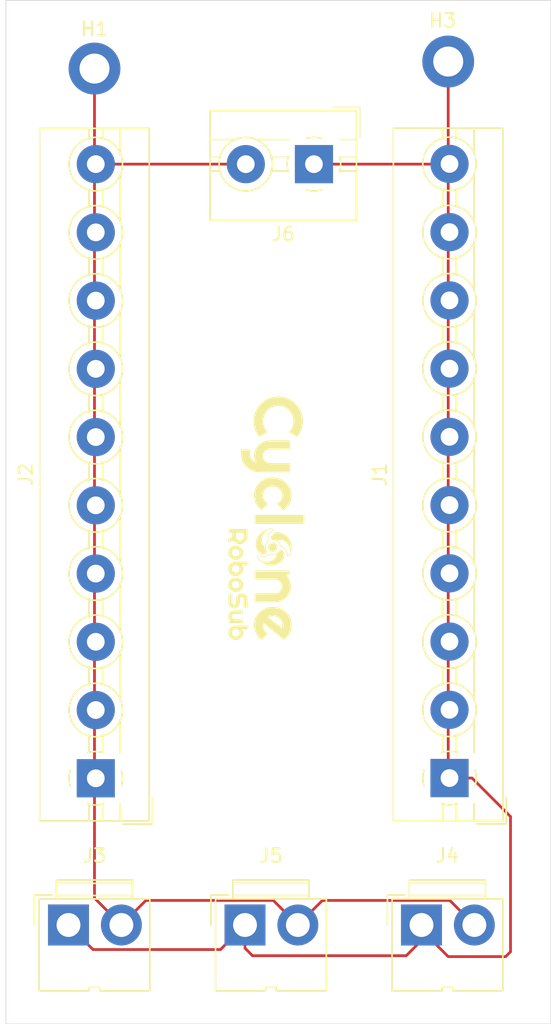
<source format=kicad_pcb>
(kicad_pcb (version 20240108) (generator "pcbnew") (generator_version "8.0")
  (layers (0 "F.Cu" signal) (31 "B.Cu" signal) (34 "B.Paste" user) (35 "F.Paste" user) (36 "B.SilkS" user "B.Silkscreen") (37 "F.SilkS" user "F.Silkscreen") (38 "B.Mask" user) (39 "F.Mask" user) (44 "Edge.Cuts" user))
  (net 0 "")
  (net 1 "Net-(J1-Pin_1)")
  (net 2 "Net-(J2-Pin_1)")
  (footprint "Connector:JWT_A3963_1x02_P3.96mm_Vertical" (layer "F.Cu") (at 179.0925 125.75)
    (property "Reference" "J3" (at 1.91 -5.08 0) (layer "F.SilkS"))
    (property "Value" "Conn_01x02_Pin")
    (pad "1" thru_hole rect (at 0 0) (size 3 3) (drill 1.75) (layers "*.Cu" "*.Mask") (net 1 "Net-(J1-Pin_1)"))
    (pad "2" thru_hole circle (at 3.88 0) (size 3 3) (drill 1.75) (layers "*.Cu" "*.Mask") (net 2 "Net-(J2-Pin_1)"))
  )
  (footprint "MountingHole:MountingHole_2.2mm_M2_DIN965_Pad" (layer "F.Cu") (at 206.9592 62.484)
    (property "Reference" "H3" (at -0.405 -3 0) (layer "F.SilkS"))
    (property "Value" "MountingHole_Pad")
    (pad "1" thru_hole circle (at 0 0) (size 3.8 3.8) (drill 2.2) (layers "*.Cu" "*.Mask") (net 1 "Net-(J1-Pin_1)"))
  )
  (footprint "TerminalBlock:TerminalBlock_MaiXu_MX126-5.0-10P_1x10_P5.00mm" (layer "F.Cu") (at 207.0542 114.984 90)
    (property "Reference" "J1" (at 22.25 -5.12 90) (layer "F.SilkS"))
    (property "Value" "Screw_Terminal_01x10")
    (pad "1" thru_hole rect (at 0 0 90) (size 2.8 2.8) (drill 1.3) (layers "*.Cu" "*.Mask") (net 1 "Net-(J1-Pin_1)"))
    (pad "2" thru_hole circle (at 5 0 90) (size 2.8 2.8) (drill 1.3) (layers "*.Cu" "*.Mask") (net 1 "Net-(J1-Pin_1)"))
    (pad "3" thru_hole circle (at 10 0 90) (size 2.8 2.8) (drill 1.3) (layers "*.Cu" "*.Mask") (net 1 "Net-(J1-Pin_1)"))
    (pad "4" thru_hole circle (at 15 0 90) (size 2.8 2.8) (drill 1.3) (layers "*.Cu" "*.Mask") (net 1 "Net-(J1-Pin_1)"))
    (pad "5" thru_hole circle (at 20 0 90) (size 2.8 2.8) (drill 1.3) (layers "*.Cu" "*.Mask") (net 1 "Net-(J1-Pin_1)"))
    (pad "6" thru_hole circle (at 25 0 90) (size 2.8 2.8) (drill 1.3) (layers "*.Cu" "*.Mask") (net 1 "Net-(J1-Pin_1)"))
    (pad "7" thru_hole circle (at 30 0 90) (size 2.8 2.8) (drill 1.3) (layers "*.Cu" "*.Mask") (net 1 "Net-(J1-Pin_1)"))
    (pad "8" thru_hole circle (at 35 0 90) (size 2.8 2.8) (drill 1.3) (layers "*.Cu" "*.Mask") (net 1 "Net-(J1-Pin_1)"))
    (pad "9" thru_hole circle (at 40 0 90) (size 2.8 2.8) (drill 1.3) (layers "*.Cu" "*.Mask") (net 1 "Net-(J1-Pin_1)"))
    (pad "10" thru_hole circle (at 45 0 90) (size 2.8 2.8) (drill 1.3) (layers "*.Cu" "*.Mask") (net 1 "Net-(J1-Pin_1)"))
  )
  (footprint "TerminalBlock:TerminalBlock_MaiXu_MX126-5.0-02P_1x02_P5.00mm" (layer "F.Cu") (at 197.104 70.0024 180)
    (property "Reference" "J6" (at 2.25 -5.12 0) (layer "F.SilkS"))
    (property "Value" "Screw_Terminal_01x02")
    (pad "1" thru_hole rect (at 0 0 180) (size 2.8 2.8) (drill 1.3) (layers "*.Cu" "*.Mask") (net 1 "Net-(J1-Pin_1)"))
    (pad "2" thru_hole circle (at 5 0 180) (size 2.8 2.8) (drill 1.3) (layers "*.Cu" "*.Mask") (net 2 "Net-(J2-Pin_1)"))
  )
  (footprint "Graphics:Cyclone_footprint" (layer "F.Cu") (at 193.5 96 -90)
    (property "Reference" "G***" (hide yes))
    (property "Value" "LOGO" (hide yes))
  )
  (footprint "MountingHole:MountingHole_2.2mm_M2_DIN965_Pad" (layer "F.Cu") (at 181 63)
    (property "Reference" "H1" (at 0 -2.9 0) (layer "F.SilkS"))
    (property "Value" "MountingHole_Pad")
    (pad "1" thru_hole circle (at 0 0) (size 3.8 3.8) (drill 2.2) (layers "*.Cu" "*.Mask") (net 2 "Net-(J2-Pin_1)"))
  )
  (footprint "Connector:JWT_A3963_1x02_P3.96mm_Vertical" (layer "F.Cu") (at 192.045 125.75)
    (property "Reference" "J5" (at 1.91 -5.08 0) (layer "F.SilkS"))
    (property "Value" "Conn_01x02_Pin" (hide yes))
    (pad "1" thru_hole rect (at 0 0) (size 3 3) (drill 1.75) (layers "*.Cu" "*.Mask") (net 1 "Net-(J1-Pin_1)"))
    (pad "2" thru_hole circle (at 3.88 0) (size 3 3) (drill 1.75) (layers "*.Cu" "*.Mask") (net 2 "Net-(J2-Pin_1)"))
  )
  (footprint "Connector:JWT_A3963_1x02_P3.96mm_Vertical" (layer "F.Cu") (at 204.9975 125.75)
    (property "Reference" "J4" (at 1.91 -5.08 0) (layer "F.SilkS"))
    (property "Value" "Conn_01x02_Pin")
    (pad "1" thru_hole rect (at 0 0) (size 3 3) (drill 1.75) (layers "*.Cu" "*.Mask") (net 1 "Net-(J1-Pin_1)"))
    (pad "2" thru_hole circle (at 3.88 0) (size 3 3) (drill 1.75) (layers "*.Cu" "*.Mask") (net 2 "Net-(J2-Pin_1)"))
  )
  (footprint "TerminalBlock:TerminalBlock_MaiXu_MX126-5.0-10P_1x10_P5.00mm" (layer "F.Cu") (at 181.095 115 90)
    (property "Reference" "J2" (at 22.25 -5.12 90) (layer "F.SilkS"))
    (property "Value" "Screw_Terminal_01x10")
    (pad "1" thru_hole rect (at 0 0 90) (size 2.8 2.8) (drill 1.3) (layers "*.Cu" "*.Mask") (net 2 "Net-(J2-Pin_1)"))
    (pad "2" thru_hole circle (at 5 0 90) (size 2.8 2.8) (drill 1.3) (layers "*.Cu" "*.Mask") (net 2 "Net-(J2-Pin_1)"))
    (pad "3" thru_hole circle (at 10 0 90) (size 2.8 2.8) (drill 1.3) (layers "*.Cu" "*.Mask") (net 2 "Net-(J2-Pin_1)"))
    (pad "4" thru_hole circle (at 15 0 90) (size 2.8 2.8) (drill 1.3) (layers "*.Cu" "*.Mask") (net 2 "Net-(J2-Pin_1)"))
    (pad "5" thru_hole circle (at 20 0 90) (size 2.8 2.8) (drill 1.3) (layers "*.Cu" "*.Mask") (net 2 "Net-(J2-Pin_1)"))
    (pad "6" thru_hole circle (at 25 0 90) (size 2.8 2.8) (drill 1.3) (layers "*.Cu" "*.Mask") (net 2 "Net-(J2-Pin_1)"))
    (pad "7" thru_hole circle (at 30 0 90) (size 2.8 2.8) (drill 1.3) (layers "*.Cu" "*.Mask") (net 2 "Net-(J2-Pin_1)"))
    (pad "8" thru_hole circle (at 35 0 90) (size 2.8 2.8) (drill 1.3) (layers "*.Cu" "*.Mask") (net 2 "Net-(J2-Pin_1)"))
    (pad "9" thru_hole circle (at 40 0 90) (size 2.8 2.8) (drill 1.3) (layers "*.Cu" "*.Mask") (net 2 "Net-(J2-Pin_1)"))
    (pad "10" thru_hole circle (at 45 0 90) (size 2.8 2.8) (drill 1.3) (layers "*.Cu" "*.Mask") (net 2 "Net-(J2-Pin_1)"))
  )
  (gr_rect (start 174.5 58) (end 214.5 133) (stroke (width 0.05)) (fill none) (layer "Edge.Cuts"))
  (segment (start 207.0542 114.984) (end 208.71 114.984) (width 0.2) (layer "F.Cu") (net 1))
  (segment (start 206.6474 69.984) (end 207.0542 69.984) (width 0.2) (layer "F.Cu") (net 1))
  (segment (start 211.1756 128.0668) (end 206.9592 128.0668) (width 0.2) (layer "F.Cu") (net 1))
  (segment (start 197.104 70.0024) (end 207.0358 70.0024) (width 0.2) (layer "F.Cu") (net 1))
  (segment (start 192.045 125.75) (end 192.045 127.45) (width 0.2) (layer "F.Cu") (net 1))
  (segment (start 211.5312 127.7112) (end 211.1756 128.0668) (width 0.2) (layer "F.Cu") (net 1))
  (segment (start 206.9592 62.484) (end 206.9592 69.889) (width 0.2) (layer "F.Cu") (net 1))
  (segment (start 204.9975 127.1329) (end 204.9975 125.75) (width 0.2) (layer "F.Cu") (net 1))
  (segment (start 206.9592 114.984) (end 206.9592 69.984) (width 0.2) (layer "F.Cu") (net 1))
  (segment (start 203.8764 128) (end 204.9975 126.8789) (width 0.2) (layer "F.Cu") (net 1))
  (segment (start 206.9592 69.889) (end 207.0542 69.984) (width 0.2) (layer "F.Cu") (net 1))
  (segment (start 204.5 126.2475) (end 204.9975 125.75) (width 0.2) (layer "F.Cu") (net 1))
  (segment (start 204.9975 126.1051) (end 204.9975 125.75) (width 0.2) (layer "F.Cu") (net 1))
  (segment (start 192.595 128) (end 203.8764 128) (width 0.2) (layer "F.Cu") (net 1))
  (segment (start 190.245 127.55) (end 192.045 125.75) (width 0.2) (layer "F.Cu") (net 1))
  (segment (start 179.0925 125.75) (end 180.8925 127.55) (width 0.2) (layer "F.Cu") (net 1))
  (segment (start 180.8925 127.55) (end 190.245 127.55) (width 0.2) (layer "F.Cu") (net 1))
  (segment (start 207.0358 70.0024) (end 207.0542 69.984) (width 0.2) (layer "F.Cu") (net 1))
  (segment (start 208.71 114.984) (end 211.5312 117.8052) (width 0.2) (layer "F.Cu") (net 1))
  (segment (start 206.9592 128.0668) (end 204.9975 126.1051) (width 0.2) (layer "F.Cu") (net 1))
  (segment (start 211.5312 117.8052) (end 211.5312 127.7112) (width 0.2) (layer "F.Cu") (net 1))
  (segment (start 192.045 127.45) (end 192.595 128) (width 0.2) (layer "F.Cu") (net 1))
  (segment (start 204.9975 126.8789) (end 204.9975 125.75) (width 0.2) (layer "F.Cu") (net 1))
  (segment (start 207.0775 123.95) (end 208.8775 125.75) (width 0.2) (layer "F.Cu") (net 2))
  (segment (start 181 123.7775) (end 182.9725 125.75) (width 0.2) (layer "F.Cu") (net 2))
  (segment (start 184.7725 123.95) (end 194.125 123.95) (width 0.2) (layer "F.Cu") (net 2))
  (segment (start 194.125 123.95) (end 195.925 125.75) (width 0.2) (layer "F.Cu") (net 2))
  (segment (start 181.095 70) (end 181.1552 70) (width 0.2) (layer "F.Cu") (net 2))
  (segment (start 181 63) (end 181 123.7775) (width 0.2) (layer "F.Cu") (net 2))
  (segment (start 197.725 123.95) (end 207.0775 123.95) (width 0.2) (layer "F.Cu") (net 2))
  (segment (start 195.925 125.75) (end 197.725 123.95) (width 0.2) (layer "F.Cu") (net 2))
  (segment (start 182.9725 125.75) (end 184.7725 123.95) (width 0.2) (layer "F.Cu") (net 2))
  (segment (start 192.104 70.0024) (end 181.0974 70.0024) (width 0.2) (layer "F.Cu") (net 2))
  (segment (start 181.0974 70.0024) (end 181.095 70) (width 0.2) (layer "F.Cu") (net 2))
)
</source>
